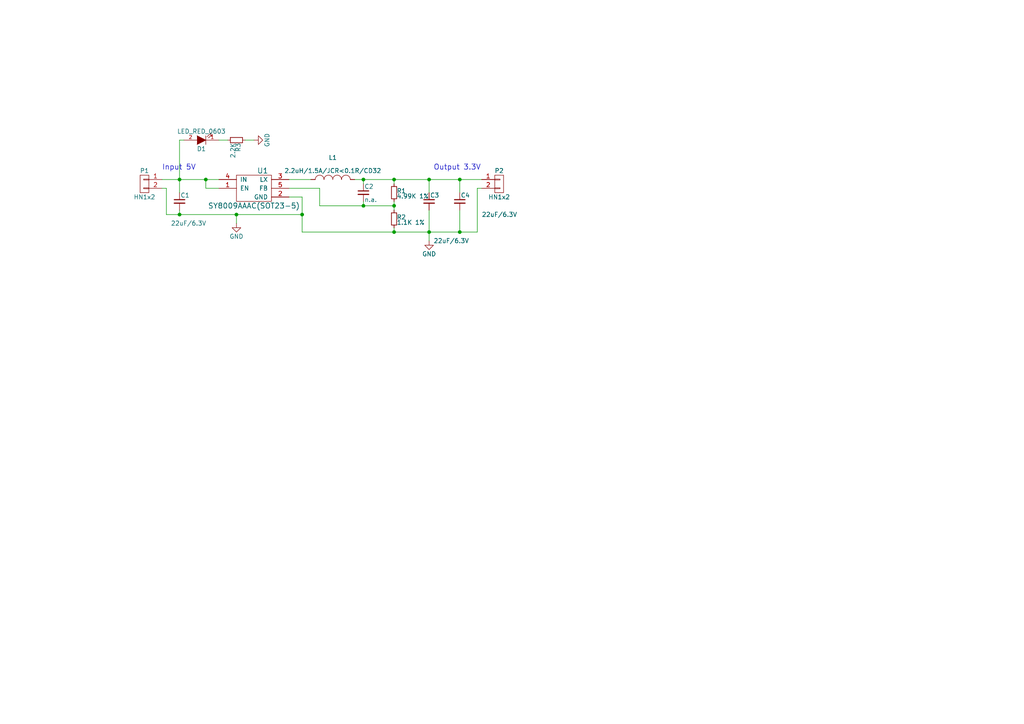
<source format=kicad_sch>
(kicad_sch (version 20230121) (generator eeschema)
  (paper "A4")
  (lib_symbols
    (symbol "BB-PWR-8009_revA-rescue:CONN_01X02" (pin_names (offset 1.016) hide)
      (property "Reference" "P" (at 0 3.81 0))
      (property "Value" "CONN_01X02" (at 2.54 0 90))
      (symbol "CONN_01X02_0_1"
        (rectangle (start -1.27 -1.143) (end 0.254 -1.397))
        (rectangle (start -1.27 1.397) (end 0.254 1.143))
        (rectangle (start -1.27 2.54) (end 1.27 -2.54))
      )
      (symbol "CONN_01X02_1_1"
        (pin passive line (at -5.08 1.27 0) (length 3.81) (name "P1") (number "1"))
        (pin passive line (at -5.08 -1.27 0) (length 3.81) (name "P2") (number "2"))
      )
    )
    (symbol "BB-PWR-8009_revA-rescue:C_Small" (pin_numbers hide) (pin_names (offset 0.254) hide)
      (property "Reference" "C" (at 0.254 1.778 0))
      (property "Value" "C_Small" (at 0.254 -2.032 0))
      (symbol "C_Small_0_1"
        (polyline (pts (xy -1.524 -0.508) (xy 1.524 -0.508)) (stroke (width 0.3302)))
        (polyline (pts (xy -1.524 0.508) (xy 1.524 0.508)) (stroke (width 0.3048)))
      )
      (symbol "C_Small_1_1"
        (pin passive line (at 0 2.54 270) (length 1.905) (name "~") (number "1"))
        (pin passive line (at 0 -2.54 90) (length 2.032) (name "~") (number "2"))
      )
    )
    (symbol "BB-PWR-8009_revA-rescue:GND" (power) (pin_names (offset 0))
      (property "Value" "GND" (at 0 -3.81 0))
      (symbol "GND_0_1"
        (polyline (pts (xy 0 0) (xy 0 -1.27) (xy 1.27 -1.27) (xy 0 -2.54) (xy -1.27 -1.27) (xy 0 -1.27)))
      )
      (symbol "GND_1_1"
        (pin power_in line (at 0 0 270) (length 0) hide (name "GND") (number "1"))
      )
    )
    (symbol "BB-PWR-8009_revA-rescue:INDUCTOR_SMALL" (pin_numbers hide) (pin_names (offset 0) hide)
      (property "Reference" "L" (at 0 2.54 0))
      (property "Value" "INDUCTOR_SMALL" (at 0 -1.27 0))
      (symbol "INDUCTOR_SMALL_0_1"
        (arc (start -2.54 0) (mid -3.81 1.2645) (end -5.08 0))
        (arc (start 0 0) (mid -1.27 1.2645) (end -2.54 0))
        (arc (start 2.54 0) (mid 1.27 1.2645) (end 0 0))
        (arc (start 5.08 0) (mid 3.81 1.2645) (end 2.54 0))
      )
      (symbol "INDUCTOR_SMALL_1_1"
        (pin input line (at -6.35 0 0) (length 1.27) (name "1") (number "1"))
        (pin input line (at 6.35 0 180) (length 1.27) (name "2") (number "2"))
      )
    )
    (symbol "BB-PWR-8009_revA-rescue:LED" (pin_names (offset 1.016) hide)
      (property "Reference" "D" (at 0 2.54 0))
      (property "Value" "LED" (at 0 -2.54 0))
      (symbol "LED_0_1"
        (polyline (pts (xy -1.27 1.27) (xy -1.27 -1.27)))
        (polyline (pts (xy -2.032 -0.635) (xy -3.175 -1.651) (xy -3.048 -1.016)))
        (polyline (pts (xy -1.651 -1.016) (xy -2.794 -2.032) (xy -2.667 -1.397)))
        (polyline (pts (xy 1.27 1.27) (xy -1.27 0) (xy 1.27 -1.27)) (fill (type outline)))
      )
      (symbol "LED_1_1"
        (pin passive line (at -5.08 0 0) (length 3.81) (name "K") (number "1"))
        (pin passive line (at 5.08 0 180) (length 3.81) (name "A") (number "2"))
      )
    )
    (symbol "BB-PWR-8009_revA-rescue:R_Small" (pin_numbers hide) (pin_names (offset 0.254) hide)
      (property "Reference" "R" (at 0.762 0.508 0))
      (property "Value" "R_Small" (at 0.762 -1.016 0))
      (symbol "R_Small_0_1"
        (rectangle (start -0.762 1.778) (end 0.762 -1.778) (stroke (width 0.2032)))
      )
      (symbol "R_Small_1_1"
        (pin passive line (at 0 2.54 270) (length 0.762) (name "~") (number "1"))
        (pin passive line (at 0 -2.54 90) (length 0.762) (name "~") (number "2"))
      )
    )
    (symbol "BB-PWR-8009_revA-rescue:SY8009AAAC(SOT23-5)" (pin_names (offset 1.016))
      (property "Reference" "U" (at -2.54 5.08 0))
      (property "Value" "SY8009AAAC(SOT23-5)" (at 0 -5.08 0))
      (symbol "SY8009AAAC(SOT23-5)_0_1"
        (rectangle (start -5.08 3.81) (end 5.08 -3.81))
      )
      (symbol "SY8009AAAC(SOT23-5)_1_1"
        (pin input line (at 10.16 0 180) (length 5.08) (name "EN") (number "1"))
        (pin bidirectional line (at -10.16 -2.54 0) (length 5.08) (name "GND") (number "2"))
        (pin output line (at -10.16 2.54 0) (length 5.08) (name "LX") (number "3"))
        (pin input line (at 10.16 2.54 180) (length 5.08) (name "IN") (number "4"))
        (pin input line (at -10.16 0 0) (length 5.08) (name "FB") (number "5"))
      )
    )
  )
  (junction (at 68.58 62.23))
  (junction (at 52.07 52.07))
  (junction (at 59.69 52.07))
  (junction (at 114.3 52.07))
  (junction (at 114.3 59.69))
  (junction (at 133.35 52.07))
  (junction (at 114.3 67.31))
  (junction (at 124.46 52.07))
  (junction (at 87.63 62.23))
  (junction (at 124.46 67.31))
  (junction (at 105.41 52.07))
  (junction (at 133.35 67.31))
  (junction (at 52.07 62.23))
  (junction (at 105.41 59.69))
  (wire (pts (xy 105.41 59.69) (xy 114.3 59.69)))
  (wire (pts (xy 52.07 52.07) (xy 59.69 52.07)))
  (wire (pts (xy 105.41 52.07) (xy 105.41 53.34)))
  (wire (pts (xy 59.69 54.61) (xy 59.69 52.07)))
  (wire (pts (xy 133.35 52.07) (xy 139.7 52.07)))
  (wire (pts (xy 68.58 62.23) (xy 68.58 64.77)))
  (wire (pts (xy 92.71 54.61) (xy 92.71 59.69)))
  (wire (pts (xy 92.71 59.69) (xy 105.41 59.69)))
  (wire (pts (xy 59.69 52.07) (xy 63.5 52.07)))
  (wire (pts (xy 83.82 52.07) (xy 90.17 52.07)))
  (wire (pts (xy 114.3 59.69) (xy 114.3 60.96)))
  (wire (pts (xy 133.35 60.96) (xy 133.35 67.31)))
  (wire (pts (xy 124.46 67.31) (xy 114.3 67.31)))
  (wire (pts (xy 83.82 57.15) (xy 87.63 57.15)))
  (wire (pts (xy 68.58 62.23) (xy 87.63 62.23)))
  (wire (pts (xy 114.3 67.31) (xy 87.63 67.31)))
  (wire (pts (xy 46.99 54.61) (xy 48.26 54.61)))
  (wire (pts (xy 52.07 62.23) (xy 68.58 62.23)))
  (wire (pts (xy 124.46 67.31) (xy 124.46 69.85)))
  (wire (pts (xy 83.82 54.61) (xy 92.71 54.61)))
  (wire (pts (xy 114.3 52.07) (xy 124.46 52.07)))
  (wire (pts (xy 114.3 67.31) (xy 114.3 66.04)))
  (wire (pts (xy 48.26 54.61) (xy 48.26 62.23)))
  (wire (pts (xy 87.63 62.23) (xy 87.63 67.31)))
  (wire (pts (xy 52.07 52.07) (xy 52.07 55.88)))
  (wire (pts (xy 139.7 54.61) (xy 138.43 54.61)))
  (wire (pts (xy 124.46 52.07) (xy 133.35 52.07)))
  (wire (pts (xy 114.3 58.42) (xy 114.3 59.69)))
  (wire (pts (xy 124.46 60.96) (xy 124.46 67.31)))
  (wire (pts (xy 114.3 52.07) (xy 114.3 53.34)))
  (wire (pts (xy 73.66 40.64) (xy 71.12 40.64)))
  (wire (pts (xy 87.63 57.15) (xy 87.63 62.23)))
  (wire (pts (xy 124.46 52.07) (xy 124.46 55.88)))
  (wire (pts (xy 138.43 67.31) (xy 133.35 67.31)))
  (wire (pts (xy 52.07 62.23) (xy 52.07 60.96)))
  (wire (pts (xy 102.87 52.07) (xy 105.41 52.07)))
  (wire (pts (xy 133.35 67.31) (xy 124.46 67.31)))
  (wire (pts (xy 63.5 54.61) (xy 59.69 54.61)))
  (wire (pts (xy 66.04 40.64) (xy 63.5 40.64)))
  (wire (pts (xy 52.07 40.64) (xy 52.07 52.07)))
  (wire (pts (xy 133.35 52.07) (xy 133.35 55.88)))
  (wire (pts (xy 53.34 40.64) (xy 52.07 40.64)))
  (wire (pts (xy 138.43 54.61) (xy 138.43 67.31)))
  (wire (pts (xy 48.26 62.23) (xy 52.07 62.23)))
  (wire (pts (xy 105.41 52.07) (xy 114.3 52.07)))
  (wire (pts (xy 105.41 58.42) (xy 105.41 59.69)))
  (wire (pts (xy 46.99 52.07) (xy 52.07 52.07)))
  (text "Input 5V" (at 46.99 49.53 0) (effects (font (size 1.524 1.524)) (justify left bottom)))
  (text "Output 3.3V" (at 125.73 49.53 0) (effects (font (size 1.524 1.524)) (justify left bottom)))
  (symbol (lib_id "BB-PWR-8009_revA-rescue:CONN_01X02") (at 41.91 53.34 0) (mirror y) (unit 1)
    (property "Reference" "P1" (at 41.91 49.53 0))
    (property "Value" "HN1x2" (at 41.91 57.15 0))
    (property "Footprint" "OLIMEX_Jumpers-FP:HN1x2_Jumper" (effects hide))
  )
  (symbol (lib_id "BB-PWR-8009_revA-rescue:C_Small") (at 52.07 58.42 0) (unit 1)
    (property "Reference" "C1" (at 52.324 56.642 0) (effects (justify left)))
    (property "Value" "22uF/6.3V" (at 49.53 64.77 0) (effects (justify left)))
    (property "Footprint" "kicad_wrk:C_0603" (effects hide))
  )
  (symbol (lib_id "BB-PWR-8009_revA-rescue:SY8009AAAC(SOT23-5)") (at 73.66 54.61 0) (mirror y) (unit 1)
    (property "Reference" "U1" (at 76.2 49.53 0) (effects (font (size 1.524 1.524))))
    (property "Value" "SY8009AAAC(SOT23-5)" (at 73.66 59.69 0) (effects (font (size 1.524 1.524))))
    (property "Footprint" "OLIMEX_IC-FP:SOT-23-5" (effects hide))
  )
  (symbol (lib_id "BB-PWR-8009_revA-rescue:INDUCTOR_SMALL") (at 96.52 52.07 0) (unit 1)
    (property "Reference" "L1" (at 96.52 45.72 0))
    (property "Value" "2.2uH/1.5A/JCR<0.1R/CD32" (at 96.52 49.53 0))
    (property "Footprint" "OLIMEX_RLC-FP:CD32" (effects hide))
  )
  (symbol (lib_id "BB-PWR-8009_revA-rescue:C_Small") (at 105.41 55.88 0) (unit 1)
    (property "Reference" "C2" (at 105.664 54.102 0) (effects (justify left)))
    (property "Value" "n.a." (at 105.664 57.912 0) (effects (justify left)))
    (property "Footprint" "kicad_wrk:C_0603" (effects hide))
  )
  (symbol (lib_id "BB-PWR-8009_revA-rescue:R_Small") (at 114.3 55.88 0) (unit 1)
    (property "Reference" "R1" (at 115.062 55.372 0) (effects (justify left)))
    (property "Value" "4.99K 1%" (at 115.062 56.896 0) (effects (justify left)))
    (property "Footprint" "OLIMEX_RLC-FP:R_0603_DWS" (effects hide))
  )
  (symbol (lib_id "BB-PWR-8009_revA-rescue:R_Small") (at 114.3 63.5 0) (unit 1)
    (property "Reference" "R2" (at 115.062 62.992 0) (effects (justify left)))
    (property "Value" "1.1K 1%" (at 115.062 64.516 0) (effects (justify left)))
    (property "Footprint" "OLIMEX_RLC-FP:R_0603_DWS" (effects hide))
  )
  (symbol (lib_id "BB-PWR-8009_revA-rescue:C_Small") (at 124.46 58.42 0) (unit 1)
    (property "Reference" "C3" (at 124.714 56.642 0) (effects (justify left)))
    (property "Value" "22uF/6.3V" (at 125.73 69.85 0) (effects (justify left)))
    (property "Footprint" "kicad_wrk:C_0603" (effects hide))
  )
  (symbol (lib_id "BB-PWR-8009_revA-rescue:C_Small") (at 133.35 58.42 0) (unit 1)
    (property "Reference" "C4" (at 133.604 56.642 0) (effects (justify left)))
    (property "Value" "22uF/6.3V" (at 139.7 62.23 0) (effects (justify left)))
    (property "Footprint" "kicad_wrk:C_0603" (effects hide))
  )
  (symbol (lib_id "BB-PWR-8009_revA-rescue:GND") (at 68.58 64.77 0) (unit 1)
    (property "Reference" "#PWR01" (effects hide))
    (property "Value" "GND" (at 68.58 68.58 0))
  )
  (symbol (lib_id "BB-PWR-8009_revA-rescue:CONN_01X02") (at 144.78 53.34 0) (unit 1)
    (property "Reference" "P2" (at 144.78 49.53 0))
    (property "Value" "HN1x2" (at 144.78 57.15 0))
    (property "Footprint" "OLIMEX_Jumpers-FP:HN1x2_Jumper" (effects hide))
  )
  (symbol (lib_id "BB-PWR-8009_revA-rescue:GND") (at 124.46 69.85 0) (unit 1)
    (property "Reference" "#PWR02" (effects hide))
    (property "Value" "GND" (at 124.46 73.66 0))
  )
  (symbol (lib_id "BB-PWR-8009_revA-rescue:LED") (at 58.42 40.64 180) (unit 1)
    (property "Reference" "D1" (at 58.42 43.18 0))
    (property "Value" "LED_RED_0603" (at 58.42 38.1 0))
    (property "Footprint" "OLIMEX_LEDs-FP:LED_0603_KA" (effects hide))
  )
  (symbol (lib_id "BB-PWR-8009_revA-rescue:R_Small") (at 68.58 40.64 270) (unit 1)
    (property "Reference" "R3" (at 69.088 41.402 0) (effects (justify left)))
    (property "Value" "2.2K" (at 67.564 41.402 0) (effects (justify left)))
    (property "Footprint" "OLIMEX_RLC-FP:R_0603_DWS" (effects hide))
  )
  (symbol (lib_id "BB-PWR-8009_revA-rescue:GND") (at 73.66 40.64 90) (unit 1)
    (property "Reference" "#PWR03" (effects hide))
    (property "Value" "GND" (at 77.47 40.64 0))
  )
)
</source>
